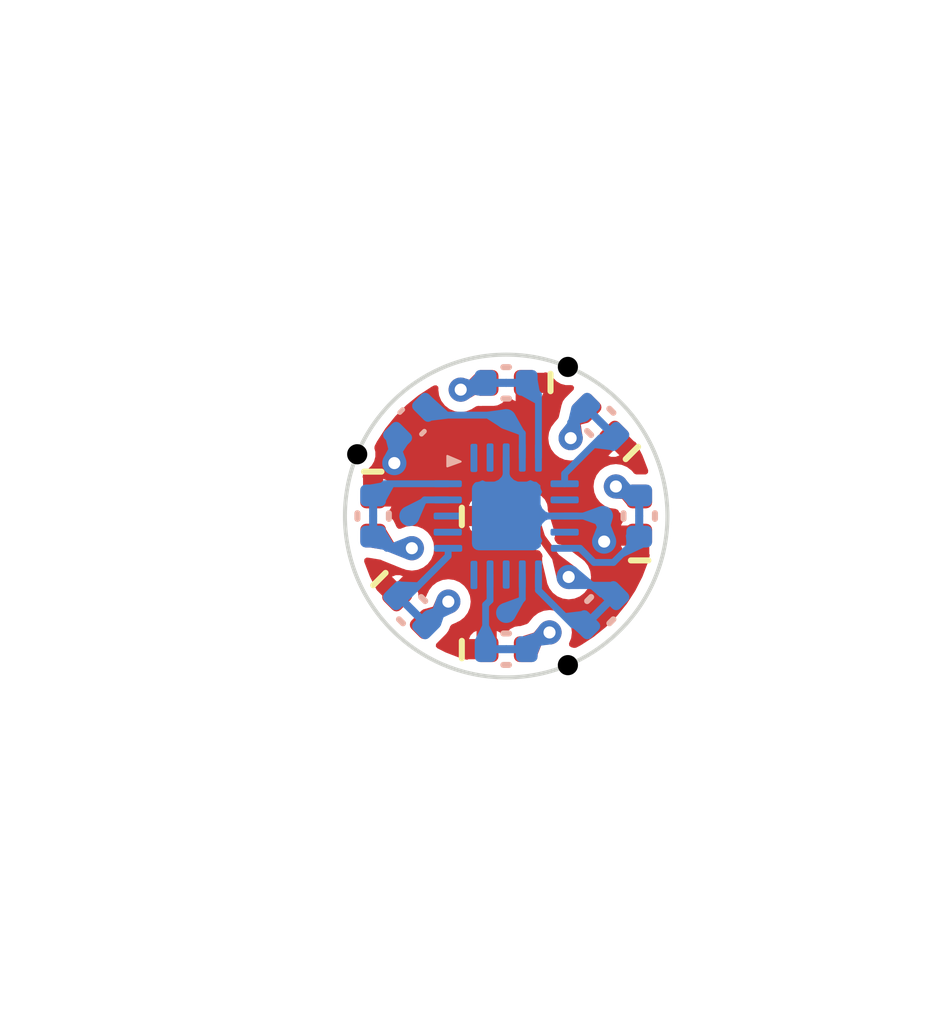
<source format=kicad_pcb>
(kicad_pcb (version 20240108) (generator "pcbnew") (generator_version "8.0")
  (layers (0 "F.Cu" signal) (31 "B.Cu" signal) (34 "B.Paste" user) (35 "F.Paste" user) (36 "B.SilkS" user "B.Silkscreen") (37 "F.SilkS" user "F.Silkscreen") (38 "B.Mask" user) (39 "F.Mask" user) (44 "Edge.Cuts" user))
  (net 0 "")
  (net 1 "+5V")
  (net 2 "GND")
  (net 3 "Net-(D2-A)")
  (net 4 "Net-(D4-A)")
  (net 5 "Net-(D5-A)")
  (net 6 "Net-(D6-A)")
  (net 7 "Net-(D7-A)")
  (net 8 "/UPDI")
  (net 9 "/Serial")
  (net 10 "Net-(U1-PA4)")
  (net 11 "Net-(U1-PA5)")
  (net 15 "Net-(D3-A)")
  (net 16 "Net-(D1-A)")
  (net 18 "Net-(U1-PC1)")
  (net 20 "Net-(U1-PB0)")
  (net 21 "Net-(U1-PA1)")
  (net 24 "Net-(U1-PB3)")
  (net 25 "Net-(U1-PB4)")
  (footprint "JSK:LED_0402_1005Metric" (layer "F.Cu") (at 120 93.3)
    (property "Reference" "D7" (hide yes))
    (property "Value" "LED_Small_Filled" (hide yes))
    (fp_line (start -1.1 -0.20625) (end -1.1 0.22625) (stroke (width 0.15)) (layer "F.SilkS"))
    (pad "1" smd roundrect (at -0.485 0) (size 0.59 0.64) (layers "F.Cu" "F.Paste" "F.Mask") (net 2 "GND"))
    (pad "2" smd roundrect (at 0.485 0) (size 0.59 0.64) (layers "F.Cu" "F.Paste" "F.Mask") (net 7 "Net-(D7-A)"))
  )
  (footprint "JSK:0.5 npth" (layer "F.Cu") (at 121.530733 86.304481)
    (property "Reference" "H1" (hide yes))
    (property "Value" "MountingHole" (hide yes))
    (pad "" np_thru_hole circle (at 0 0) (size 0.5 0.5) (drill 0.5) (layers "*.Mask"))
  )
  (footprint "JSK:0.5 npth" (layer "F.Cu") (at 116.304481 88.469266)
    (property "Reference" "H2" (hide yes))
    (property "Value" "MountingHole" (hide yes))
    (pad "" np_thru_hole circle (at 0 0) (size 0.5 0.5) (drill 0.5) (layers "*.Mask"))
  )
  (footprint "JSK:0.5 npth" (layer "F.Cu") (at 121.530733 93.695518)
    (property "Reference" "H3" (hide yes))
    (property "Value" "MountingHole" (hide yes))
    (pad "" np_thru_hole circle (at 0 0) (size 0.5 0.5) (drill 0.5) (layers "*.Mask"))
  )
  (footprint "JSK:LED_0402_1005Metric" (layer "F.Cu") (at 117.64 92.333452 -45)
    (property "Reference" "D6" (hide yes))
    (property "Value" "LED_Small_Filled" (hide yes))
    (fp_line (start -1.1 -0.20625) (end -1.1 0.226249) (stroke (width 0.15)) (layer "F.SilkS"))
    (pad "1" smd roundrect (at -0.485 0 315) (size 0.59 0.64) (layers "F.Cu" "F.Paste" "F.Mask") (net 2 "GND"))
    (pad "2" smd roundrect (at 0.485 0 315) (size 0.59 0.64) (layers "F.Cu" "F.Paste" "F.Mask") (net 6 "Net-(D6-A)"))
  )
  (footprint "kikit:Tab" (layer "F.Cu") (at 117.66 86.2 -60)
    (property "Reference" "REF**" (hide yes))
    (property "Value" "Tab")
  )
  (footprint "JSK:LED_0402_1005Metric" (layer "F.Cu") (at 116.7 90 -90)
    (property "Reference" "D5" (hide yes))
    (property "Value" "LED_Small_Filled" (hide yes))
    (fp_line (start -1.1 -0.20625) (end -1.1 0.22625) (stroke (width 0.15)) (layer "F.SilkS"))
    (pad "1" smd roundrect (at -0.485 0 270) (size 0.59 0.64) (layers "F.Cu" "F.Paste" "F.Mask") (net 2 "GND"))
    (pad "2" smd roundrect (at 0.485 0 270) (size 0.59 0.64) (layers "F.Cu" "F.Paste" "F.Mask") (net 5 "Net-(D5-A)"))
  )
  (footprint "JSK:LED_0402_1005Metric" (layer "F.Cu") (at 122.333452 87.666547 135)
    (property "Reference" "D2" (hide yes))
    (property "Value" "LED_Small_Filled" (hide yes))
    (fp_line (start -1.1 -0.20625) (end -1.1 0.226249) (stroke (width 0.15)) (layer "F.SilkS"))
    (pad "1" smd roundrect (at -0.485 0 135) (size 0.59 0.64) (layers "F.Cu" "F.Paste" "F.Mask") (net 2 "GND"))
    (pad "2" smd roundrect (at 0.485 0 135) (size 0.59 0.64) (layers "F.Cu" "F.Paste" "F.Mask") (net 3 "Net-(D2-A)"))
  )
  (footprint "kikit:Tab" (layer "F.Cu") (at 116.87 93.17 45)
    (property "Reference" "REF**" (hide yes))
    (property "Value" "Tab")
  )
  (footprint "JSK:LED_0402_1005Metric" (layer "F.Cu") (at 120 86.7 180)
    (property "Reference" "D3" (hide yes))
    (property "Value" "LED_Small_Filled" (hide yes))
    (fp_line (start -1.1 -0.20625) (end -1.1 0.22625) (stroke (width 0.15)) (layer "F.SilkS"))
    (pad "1" smd roundrect (at -0.485 0 180) (size 0.59 0.64) (layers "F.Cu" "F.Paste" "F.Mask") (net 2 "GND"))
    (pad "2" smd roundrect (at 0.485 0 180) (size 0.59 0.64) (layers "F.Cu" "F.Paste" "F.Mask") (net 15 "Net-(D3-A)"))
  )
  (footprint "JSK:LED_0402_1005Metric" (layer "F.Cu") (at 123.3 90 90)
    (property "Reference" "D1" (hide yes))
    (property "Value" "LED_Small_Filled" (hide yes))
    (fp_line (start -1.1 -0.20625) (end -1.1 0.22625) (stroke (width 0.15)) (layer "F.SilkS"))
    (pad "1" smd roundrect (at -0.485 0 90) (size 0.59 0.64) (layers "F.Cu" "F.Paste" "F.Mask") (net 2 "GND"))
    (pad "2" smd roundrect (at 0.485 0 90) (size 0.59 0.64) (layers "F.Cu" "F.Paste" "F.Mask") (net 16 "Net-(D1-A)"))
  )
  (footprint "kikit:Tab" (layer "F.Cu") (at 124.43 89.98 180)
    (property "Reference" "REF**" (hide yes))
    (property "Value" "Tab")
  )
  (footprint "JSK:LED_0402_1005Metric" (layer "F.Cu") (at 120 90)
    (property "Reference" "D4" (hide yes))
    (property "Value" "LED_Small_Filled" (hide yes))
    (fp_line (start -1.1 -0.20625) (end -1.1 0.226249) (stroke (width 0.15)) (layer "F.SilkS"))
    (pad "1" smd roundrect (at -0.485 0) (size 0.59 0.64) (layers "F.Cu" "F.Paste" "F.Mask") (net 2 "GND"))
    (pad "2" smd roundrect (at 0.485 0) (size 0.59 0.64) (layers "F.Cu" "F.Paste" "F.Mask") (net 4 "Net-(D4-A)"))
  )
  (footprint "JSK:0.5mm-pogo-pad" (layer "B.Cu") (at 122.4 90)
    (property "Reference" "TP1" (hide yes))
    (property "Value" "TestPoint" (hide yes))
    (pad "1" smd circle (at 0 0) (size 0.5 0.5) (layers "B.Cu" "B.Mask") (net 2 "GND"))
  )
  (footprint "JSK:R_0402_1005Metric_short_lines" (layer "B.Cu") (at 117.666547 87.666547 -135)
    (property "Reference" "C1" (hide yes))
    (property "Value" "0.1μF" (hide yes))
    (fp_line (start 0.05 0.38) (end -0.05 0.38) (stroke (width 0.12)) (layer "B.SilkS"))
    (fp_line (start 0.05 -0.38) (end -0.05 -0.38) (stroke (width 0.12)) (layer "B.SilkS"))
    (pad "1" smd roundrect (at -0.509999 0 225) (size 0.54 0.64) (layers "B.Cu" "B.Paste" "B.Mask") (net 1 "+5V"))
    (pad "2" smd roundrect (at 0.509999 0 225) (size 0.54 0.64) (layers "B.Cu" "B.Paste" "B.Mask") (net 2 "GND"))
  )
  (footprint "JSK:Jumpered_R_0402_1005Metric" (layer "B.Cu") (at 122.333452 87.666547 135)
    (property "Reference" "R2" (hide yes))
    (property "Value" "0" (hide yes))
    (fp_line (start 0.07 -0.39) (end -0.07 -0.39) (stroke (width 0.15)) (layer "B.SilkS"))
    (fp_line (start 0.07 0.39) (end -0.07 0.39) (stroke (width 0.15)) (layer "B.SilkS"))
    (pad "1" smd roundrect (at -0.509999 0 135) (size 0.54 0.64) (layers "B.Cu" "B.Paste" "B.Mask") (net 11 "Net-(U1-PA5)"))
    (pad "1" smd rect (at -0.14 0 135) (size 0.3 0.2) (layers "B.Cu") (net 11 "Net-(U1-PA5)"))
    (pad "2" smd rect (at 0.14 0 135) (size 0.3 0.2) (layers "B.Cu") (net 3 "Net-(D2-A)"))
    (pad "2" smd roundrect (at 0.509999 0 135) (size 0.54 0.64) (layers "B.Cu" "B.Paste" "B.Mask") (net 3 "Net-(D2-A)"))
  )
  (footprint "JSK:0.5mm-pogo-pad" (layer "B.Cu") (at 120 92.4)
    (property "Reference" "TP3" (hide yes))
    (property "Value" "TestPoint" (hide yes))
    (pad "1" smd circle (at 0 0) (size 0.5 0.5) (layers "B.Cu" "B.Mask") (net 9 "/Serial"))
  )
  (footprint "JSK:extra_clearence_VQFN-20-1EP_3x3mm_P0.4mm_EP1.7x1.7mm" (layer "B.Cu") (at 120 90 -90)
    (property "Reference" "U1" (hide yes))
    (property "Value" "ATtiny406-M" (hide yes))
    (fp_poly (pts (xy -1.35 1.13) (xy -1.49 1.459999) (xy -1.23 1.459998) (xy -1.35 1.13)) (stroke (width 0.05)) (fill solid) (layer "B.SilkS"))
    (pad "1" smd roundrect (at -1.44 0.8 180) (size 0.17 0.7) (layers "B.Cu" "B.Paste" "B.Mask"))
    (pad "2" smd roundrect (at -1.45 0.4 180) (size 0.17 0.7) (layers "B.Cu" "B.Paste" "B.Mask"))
    (pad "3" smd roundrect (at -1.45 0 180) (size 0.17 0.7) (layers "B.Cu" "B.Paste" "B.Mask") (net 2 "GND"))
    (pad "4" smd roundrect (at -1.45 -0.4 180) (size 0.17 0.7) (layers "B.Cu" "B.Paste" "B.Mask") (net 1 "+5V"))
    (pad "5" smd roundrect (at -1.45 -0.8 180) (size 0.17 0.7) (layers "B.Cu" "B.Paste" "B.Mask") (net 10 "Net-(U1-PA4)"))
    (pad "6" smd roundrect (at -0.8 -1.45 270) (size 0.17 0.7) (layers "B.Cu" "B.Paste" "B.Mask") (net 11 "Net-(U1-PA5)"))
    (pad "7" smd roundrect (at -0.4 -1.45 270) (size 0.17 0.7) (layers "B.Cu" "B.Paste" "B.Mask"))
    (pad "8" smd roundrect (at 0 -1.45 270) (size 0.17 0.7) (layers "B.Cu" "B.Paste" "B.Mask") (net 2 "GND"))
    (pad "9" smd roundrect (at 0.4 -1.45 270) (size 0.17 0.7) (layers "B.Cu" "B.Paste" "B.Mask"))
    (pad "10" smd roundrect (at 0.8 -1.459999 270) (size 0.17 0.7) (layers "B.Cu" "B.Paste" "B.Mask") (net 25 "Net-(U1-PB4)"))
    (pad "11" smd roundrect (at 1.45 -0.8 180) (size 0.17 0.7) (layers "B.Cu" "B.Paste" "B.Mask") (net 24 "Net-(U1-PB3)"))
    (pad "12" smd roundrect (at 1.45 -0.4 180) (size 0.17 0.7) (layers "B.Cu" "B.Paste" "B.Mask") (net 9 "/Serial"))
    (pad "13" smd roundrect (at 1.45 0 180) (size 0.17 0.7) (layers "B.Cu" "B.Paste" "B.Mask"))
    (pad "14" smd roundrect (at 1.45 0.4 180) (size 0.17 0.7) (layers "B.Cu" "B.Paste" "B.Mask") (net 20 "Net-(U1-PB0)"))
    (pad "15" smd roundrect (at 1.459999 0.8 180) (size 0.17 0.7) (layers "B.Cu" "B.Paste" "B.Mask"))
    (pad "16" smd roundrect (at 0.8 1.44 270) (size 0.17 0.7) (layers "B.Cu" "B.Paste" "B.Mask") (net 18 "Net-(U1-PC1)"))
    (pad "17" smd roundrect (at 0.4 1.45 270) (size 0.17 0.7) (layers "B.Cu" "B.Paste" "B.Mask"))
    (pad "18" smd roundrect (at 0 1.45 270) (size 0.17 0.7) (layers "B.Cu" "B.Paste" "B.Mask"))
    (pad "19" smd roundrect (at -0.4 1.45 270) (size 0.17 0.7) (layers "B.Cu" "B.Paste" "B.Mask") (net 8 "/UPDI"))
    (pad "20" smd roundrect (at -0.8 1.45 270) (size 0.17 0.7) (layers "B.Cu" "B.Paste" "B.Mask") (net 21 "Net-(U1-PA1)"))
    (pad "21" smd roundrect (at 0 0 270) (size 1.7 1.7) (property pad_prop_heatsink) (layers "B.Cu" "B.Mask") (roundrect_rratio 0.1) (net 2 "GND"))
  )
  (footprint "JSK:Jumpered_R_0402_1005Metric" (layer "B.Cu") (at 116.7 90 -90)
    (property "Reference" "R5" (hide yes))
    (property "Value" "0" (hide yes))
    (fp_line (start 0.07 0.39) (end -0.07 0.39) (stroke (width 0.15)) (layer "B.SilkS"))
    (fp_line (start 0.07 -0.39) (end -0.07 -0.39) (stroke (width 0.15)) (layer "B.SilkS"))
    (pad "1" smd roundrect (at -0.51 0 270) (size 0.54 0.64) (layers "B.Cu" "B.Paste" "B.Mask") (net 21 "Net-(U1-PA1)"))
    (pad "1" smd rect (at -0.14 0 270) (size 0.3 0.2) (layers "B.Cu") (net 21 "Net-(U1-PA1)"))
    (pad "2" smd rect (at 0.14 0 270) (size 0.3 0.2) (layers "B.Cu") (net 5 "Net-(D5-A)"))
    (pad "2" smd roundrect (at 0.51 0 270) (size 0.54 0.64) (layers "B.Cu" "B.Paste" "B.Mask") (net 5 "Net-(D5-A)"))
  )
  (footprint "JSK:Jumpered_R_0402_1005Metric" (layer "B.Cu") (at 120 93.3)
    (property "Reference" "R7" (hide yes))
    (property "Value" "0" (hide yes))
    (fp_line (start 0.07 -0.39) (end -0.07 -0.39) (stroke (width 0.15)) (layer "B.SilkS"))
    (fp_line (start 0.07 0.39) (end -0.07 0.39) (stroke (width 0.15)) (layer "B.SilkS"))
    (pad "1" smd roundrect (at -0.51 0) (size 0.54 0.64) (layers "B.Cu" "B.Paste" "B.Mask") (net 20 "Net-(U1-PB0)"))
    (pad "1" smd rect (at -0.14 0) (size 0.3 0.2) (layers "B.Cu") (net 20 "Net-(U1-PB0)"))
    (pad "2" smd rect (at 0.14 0) (size 0.3 0.2) (layers "B.Cu") (net 7 "Net-(D7-A)"))
    (pad "2" smd roundrect (at 0.51 0) (size 0.54 0.64) (layers "B.Cu" "B.Paste" "B.Mask") (net 7 "Net-(D7-A)"))
  )
  (footprint "JSK:Jumpered_R_0402_1005Metric" (layer "B.Cu") (at 123.3 90 90)
    (property "Reference" "R1" (hide yes))
    (property "Value" "0" (hide yes))
    (fp_line (start 0.07 -0.39) (end -0.07 -0.39) (stroke (width 0.15)) (layer "B.SilkS"))
    (fp_line (start 0.07 0.39) (end -0.07 0.39) (stroke (width 0.15)) (layer "B.SilkS"))
    (pad "1" smd roundrect (at -0.51 0 90) (size 0.54 0.64) (layers "B.Cu" "B.Paste" "B.Mask") (net 25 "Net-(U1-PB4)"))
    (pad "1" smd rect (at -0.14 0 90) (size 0.3 0.2) (layers "B.Cu") (net 25 "Net-(U1-PB4)"))
    (pad "2" smd rect (at 0.14 0 90) (size 0.3 0.2) (layers "B.Cu") (net 16 "Net-(D1-A)"))
    (pad "2" smd roundrect (at 0.51 0 90) (size 0.54 0.64) (layers "B.Cu" "B.Paste" "B.Mask") (net 16 "Net-(D1-A)"))
  )
  (footprint "JSK:Jumpered_R_0402_1005Metric" (layer "B.Cu") (at 122.333452 92.333452 45)
    (property "Reference" "R4" (hide yes))
    (property "Value" "0" (hide yes))
    (fp_line (start 0.07 -0.39) (end -0.07 -0.39) (stroke (width 0.15)) (layer "B.SilkS"))
    (fp_line (start 0.07 0.39) (end -0.07 0.39) (stroke (width 0.15)) (layer "B.SilkS"))
    (pad "1" smd roundrect (at -0.509999 0 45) (size 0.54 0.64) (layers "B.Cu" "B.Paste" "B.Mask") (net 24 "Net-(U1-PB3)"))
    (pad "1" smd rect (at -0.14 0 45) (size 0.3 0.2) (layers "B.Cu") (net 24 "Net-(U1-PB3)"))
    (pad "2" smd rect (at 0.14 0 45) (size 0.3 0.2) (layers "B.Cu") (net 4 "Net-(D4-A)"))
    (pad "2" smd roundrect (at 0.509999 0 45) (size 0.54 0.64) (layers "B.Cu" "B.Paste" "B.Mask") (net 4 "Net-(D4-A)"))
  )
  (footprint "JSK:Jumpered_R_0402_1005Metric" (layer "B.Cu") (at 117.666547 92.333452 -45)
    (property "Reference" "R6" (hide yes))
    (property "Value" "0" (hide yes))
    (fp_line (start 0.07 0.39) (end -0.07 0.39) (stroke (width 0.15)) (layer "B.SilkS"))
    (fp_line (start 0.07 -0.39) (end -0.07 -0.39) (stroke (width 0.15)) (layer "B.SilkS"))
    (pad "1" smd roundrect (at -0.509999 0 315) (size 0.54 0.64) (layers "B.Cu" "B.Paste" "B.Mask") (net 18 "Net-(U1-PC1)"))
    (pad "1" smd rect (at -0.14 0 315) (size 0.3 0.2) (layers "B.Cu") (net 18 "Net-(U1-PC1)"))
    (pad "2" smd rect (at 0.14 0 315) (size 0.3 0.2) (layers "B.Cu") (net 6 "Net-(D6-A)"))
    (pad "2" smd roundrect (at 0.509999 0 315) (size 0.54 0.64) (layers "B.Cu" "B.Paste" "B.Mask") (net 6 "Net-(D6-A)"))
  )
  (footprint "JSK:0.5mm-pogo-pad" (layer "B.Cu") (at 120 87.6)
    (property "Reference" "TP2" (hide yes))
    (property "Value" "TestPoint" (hide yes))
    (pad "1" smd circle (at 0 0) (size 0.5 0.5) (layers "B.Cu" "B.Mask") (net 1 "+5V"))
  )
  (footprint "JSK:Jumpered_R_0402_1005Metric" (layer "B.Cu") (at 120 86.7 180)
    (property "Reference" "R3" (hide yes))
    (property "Value" "0" (hide yes))
    (fp_line (start 0.07 0.39) (end -0.07 0.39) (stroke (width 0.15)) (layer "B.SilkS"))
    (fp_line (start 0.07 -0.39) (end -0.07 -0.39) (stroke (width 0.15)) (layer "B.SilkS"))
    (pad "1" smd roundrect (at -0.51 0 180) (size 0.54 0.64) (layers "B.Cu" "B.Paste" "B.Mask") (net 10 "Net-(U1-PA4)"))
    (pad "1" smd rect (at -0.14 0 180) (size 0.3 0.2) (layers "B.Cu") (net 10 "Net-(U1-PA4)"))
    (pad "2" smd rect (at 0.14 0 180) (size 0.3 0.2) (layers "B.Cu") (net 15 "Net-(D3-A)"))
    (pad "2" smd roundrect (at 0.51 0 180) (size 0.54 0.64) (layers "B.Cu" "B.Paste" "B.Mask") (net 15 "Net-(D3-A)"))
  )
  (footprint "JSK:0.5mm-pogo-pad" (layer "B.Cu") (at 117.6 90)
    (property "Reference" "TP4" (hide yes))
    (property "Value" "TestPoint" (hide yes))
    (pad "1" smd circle (at 0 0) (size 0.5 0.5) (layers "B.Cu" "B.Mask") (net 8 "/UPDI"))
  )
  (gr_circle (center 120 90) (end 124 90) (stroke (width 0.1)) (fill none) (layer "Edge.Cuts"))
  (segment (start 120.4 88.55) (end 120.4 87.95) (width 0.17) (layer "B.Cu") (net 1))
  (segment (start 120 87.55) (end 119.95 87.5) (width 0.17) (layer "B.Cu") (net 1))
  (segment (start 118.221248 87.5) (end 118.062526 87.341278) (width 0.17) (layer "B.Cu") (net 1))
  (segment (start 120.4 87.95) (end 120 87.55) (width 0.17) (layer "B.Cu") (net 1))
  (segment (start 119.95 87.5) (end 118.221248 87.5) (width 0.17) (layer "B.Cu") (net 1))
  (via (at 117.225801 88.688) (size 0.6) (drill 0.3) (layers "F.Cu" "B.Cu") (net 2))
  (via (at 122.430001 90.632857) (size 0.6) (drill 0.3) (layers "F.Cu" "B.Cu") (net 2))
  (segment (start 122.430001 90.030001) (end 122.4 90) (width 0.17) (layer "B.Cu") (net 2))
  (segment (start 121.797144 90) (end 121.45 90) (width 0.17) (layer "B.Cu") (net 2))
  (segment (start 117.225801 88.688) (end 117.225801 88.178003) (width 0.17) (layer "B.Cu") (net 2))
  (segment (start 120 88.55) (end 120 90) (width 0.17) (layer "B.Cu") (net 2))
  (segment (start 117.225801 88.178003) (end 117.420804 87.983) (width 0.17) (layer "B.Cu") (net 2))
  (segment (start 122.4 90) (end 121.45 90) (width 0.17) (layer "B.Cu") (net 2))
  (segment (start 122.430001 90.632857) (end 122.430001 90.030001) (width 0.17) (layer "B.Cu") (net 2))
  (segment (start 121.45 90) (end 120 90) (width 0.17) (layer "B.Cu") (net 2))
  (segment (start 121.599425 88.069425) (end 121.599425 87.71468) (width 0.17) (layer "F.Cu") (net 3))
  (segment (start 121.599425 87.71468) (end 121.95515 87.358955) (width 0.17) (layer "F.Cu") (net 3))
  (via (at 121.599425 88.069425) (size 0.6) (drill 0.3) (layers "F.Cu" "B.Cu") (net 3))
  (segment (start 121.599425 88.069425) (end 121.599425 87.679326) (width 0.17) (layer "B.Cu") (net 3))
  (segment (start 121.599425 87.679326) (end 121.937473 87.341278) (width 0.17) (layer "B.Cu") (net 3))
  (segment (start 121.55 91.32) (end 121.55 91.51) (width 0.17) (layer "F.Cu") (net 4))
  (segment (start 120.48 89.99) (end 121.59 91.52) (width 0.2) (layer "F.Cu") (net 4))
  (via (at 121.55 91.51) (size 0.6) (drill 0.3) (layers "F.Cu" "B.Cu") (net 4))
  (segment (start 121.55 91.49) (end 121.57 91.51) (width 0.17) (layer "B.Cu") (net 4))
  (segment (start 121.55 91.51) (end 121.55 91.49) (width 0.17) (layer "B.Cu") (net 4))
  (segment (start 121.57 91.51) (end 121.55 91.51) (width 0.17) (layer "B.Cu") (net 4))
  (segment (start 121.54 91.51) (end 122.69 91.92) (width 0.2) (layer "B.Cu") (net 4))
  (segment (start 117.062748 90.797748) (end 116.75 90.485) (width 0.17) (layer "F.Cu") (net 5))
  (segment (start 117.66 90.797748) (end 117.062748 90.797748) (width 0.17) (layer "F.Cu") (net 5))
  (via (at 117.66 90.797748) (size 0.6) (drill 0.3) (layers "F.Cu" "B.Cu") (net 5))
  (segment (start 117.037749 90.797748) (end 116.75 90.509999) (width 0.17) (layer "B.Cu") (net 5))
  (segment (start 117.66 90.797748) (end 117.037749 90.797748) (width 0.17) (layer "B.Cu") (net 5))
  (segment (start 118.565001 92.120892) (end 118.044849 92.641044) (width 0.17) (layer "F.Cu") (net 6))
  (via (at 118.565001 92.120892) (size 0.6) (drill 0.3) (layers "F.Cu" "B.Cu") (net 6))
  (segment (start 118.565001 92.120892) (end 118.565001 92.156246) (width 0.17) (layer "B.Cu") (net 6))
  (segment (start 118.565001 92.156246) (end 118.062526 92.658721) (width 0.17) (layer "B.Cu") (net 6))
  (segment (start 120.850066 92.884934) (end 120.485 93.25) (width 0.17) (layer "F.Cu") (net 7))
  (segment (start 121.075245 92.884934) (end 120.850066 92.884934) (width 0.17) (layer "F.Cu") (net 7))
  (via (at 121.075245 92.884934) (size 0.6) (drill 0.3) (layers "F.Cu" "B.Cu") (net 7))
  (segment (start 121.075245 92.884934) (end 120.875065 92.884934) (width 0.17) (layer "B.Cu") (net 7))
  (segment (start 120.875065 92.884934) (end 120.509999 93.25) (width 0.17) (layer "B.Cu") (net 7))
  (segment (start 117.98 89.6) (end 118.55 89.6) (width 0.17) (layer "B.Cu") (net 8))
  (segment (start 117.58 90) (end 117.98 89.6) (width 0.17) (layer "B.Cu") (net 8))
  (segment (start 120.4 92.05) (end 120.4 91.45) (width 0.17) (layer "B.Cu") (net 9))
  (segment (start 120 92.45) (end 120.4 92.05) (width 0.17) (layer "B.Cu") (net 9))
  (segment (start 120.56 86.75) (end 120.509999 86.75) (width 0.17) (layer "B.Cu") (net 10))
  (segment (start 120.8 88.55) (end 120.8 86.99) (width 0.17) (layer "B.Cu") (net 10))
  (segment (start 120.8 86.99) (end 120.56 86.75) (width 0.17) (layer "B.Cu") (net 10))
  (segment (start 121.45 88.95) (end 121.45 89.2) (width 0.17) (layer "B.Cu") (net 11))
  (segment (start 122.658721 88.062526) (end 122.337474 88.062526) (width 0.17) (layer "B.Cu") (net 11))
  (segment (start 122.337474 88.062526) (end 121.45 88.95) (width 0.17) (layer "B.Cu") (net 11))
  (segment (start 118.872 86.868) (end 119.347 86.868) (width 0.17) (layer "F.Cu") (net 15))
  (segment (start 119.347 86.868) (end 119.515 86.7) (width 0.17) (layer "F.Cu") (net 15))
  (via (at 118.872 86.868) (size 0.6) (drill 0.3) (layers "F.Cu" "B.Cu") (net 15))
  (segment (start 119.322 86.868) (end 119.49 86.7) (width 0.17) (layer "B.Cu") (net 15))
  (segment (start 118.872 86.868) (end 119.322 86.868) (width 0.17) (layer "B.Cu") (net 15))
  (segment (start 122.969002 89.515) (end 123.3 89.515) (width 0.17) (layer "F.Cu") (net 16))
  (segment (start 122.721398 89.267396) (end 122.969002 89.515) (width 0.17) (layer "F.Cu") (net 16))
  (via (at 122.721398 89.267396) (size 0.6) (drill 0.3) (layers "F.Cu" "B.Cu") (net 16))
  (segment (start 122.944002 89.49) (end 123.3 89.49) (width 0.17) (layer "B.Cu") (net 16))
  (segment (start 122.721398 89.267396) (end 122.944002 89.49) (width 0.17) (layer "B.Cu") (net 16))
  (segment (start 117.341278 91.937473) (end 117.612023 91.937473) (width 0.17) (layer "B.Cu") (net 18))
  (segment (start 118.56 90.989496) (end 118.56 90.8) (width 0.17) (layer "B.Cu") (net 18))
  (segment (start 117.612023 91.937473) (end 118.56 90.989496) (width 0.17) (layer "B.Cu") (net 18))
  (segment (start 119.490001 92.199999) (end 119.6 92.09) (width 0.17) (layer "B.Cu") (net 20))
  (segment (start 119.490001 93.25) (end 119.490001 92.199999) (width 0.17) (layer "B.Cu") (net 20))
  (segment (start 119.6 92.09) (end 119.6 91.45) (width 0.17) (layer "B.Cu") (net 20))
  (segment (start 116.75 89.490001) (end 116.75 89.44) (width 0.17) (layer "B.Cu") (net 21))
  (segment (start 116.99 89.2) (end 118.55 89.2) (width 0.17) (layer "B.Cu") (net 21))
  (segment (start 116.75 89.44) (end 116.99 89.2) (width 0.17) (layer "B.Cu") (net 21))
  (segment (start 120.8 91.84) (end 121.654076 92.694076) (width 0.17) (layer "B.Cu") (net 24))
  (segment (start 120.8 91.45) (end 120.8 91.84) (width 0.17) (layer "B.Cu") (net 24))
  (segment (start 121.654076 92.694076) (end 121.972828 92.694076) (width 0.17) (layer "B.Cu") (net 24))
  (segment (start 121.83 90.8) (end 122.179857 91.149857) (width 0.17) (layer "B.Cu") (net 25))
  (segment (start 122.179857 91.149857) (end 122.660143 91.149857) (width 0.17) (layer "B.Cu") (net 25))
  (segment (start 122.660143 91.149857) (end 123.3 90.51) (width 0.17) (layer "B.Cu") (net 25))
  (segment (start 121.459999 90.8) (end 121.83 90.8) (width 0.17) (layer "B.Cu") (net 25))
  (zone (net 2) (net_name "GND") (layer "F.Cu") (connect_pads (clearance 0.15)) (min_thickness 0.15) (fill yes (thermal_gap 0.15) (thermal_bridge_width 0.5))
    (polygon (pts (xy 124.01 90) (xy 123.990739 89.607931) (xy 123.933141 89.219639) (xy 123.837761 88.838861) (xy 123.705518 88.469266) (xy 123.537685 88.114413) (xy 123.335878 87.777719) (xy 123.102042 87.462427) (xy 122.838427 87.171573) (xy 122.547573 86.907958) (xy 122.232281 86.674122) (xy 121.895587 86.472315) (xy 121.540734 86.304482) (xy 121.171139 86.172239) (xy 120.790361 86.076859) (xy 120.402069 86.019261) (xy 120.01 86) (xy 119.617931 86.019261) (xy 119.229639 86.076859) (xy 118.848861 86.172239) (xy 118.479266 86.304482) (xy 118.124413 86.472315) (xy 117.787719 86.674122) (xy 117.472427 86.907958) (xy 117.181573 87.171573) (xy 116.917958 87.462427) (xy 116.684122 87.777719) (xy 116.482315 88.114413) (xy 116.314482 88.469266) (xy 116.182239 88.838861) (xy 116.086859 89.219639) (xy 116.029261 89.607931) (xy 116.01 90) (xy 116.029261 90.392069) (xy 116.086859 90.780361) (xy 116.182239 91.161139) (xy 116.314482 91.530734) (xy 116.482315 91.885587) (xy 116.684122 92.222281) (xy 116.917958 92.537573) (xy 117.181573 92.828427) (xy 117.472427 93.092042) (xy 117.787719 93.325878) (xy 118.124413 93.527685) (xy 118.479266 93.695518) (xy 118.848861 93.827761) (xy 119.229639 93.923141) (xy 119.617931 93.980739) (xy 120.01 94) (xy 120.402069 93.980739) (xy 120.790361 93.923141) (xy 121.171139 93.827761) (xy 121.540734 93.695518) (xy 121.895587 93.527685) (xy 122.232281 93.325878) (xy 122.547573 93.092042) (xy 122.838427 92.828427) (xy 123.102042 92.537573) (xy 123.335878 92.222281) (xy 123.537685 91.885587) (xy 123.705518 91.530734) (xy 123.837761 91.161139) (xy 123.933141 90.780361) (xy 123.990739 90.392069) (xy 124.01 90)))
  )
)
</source>
